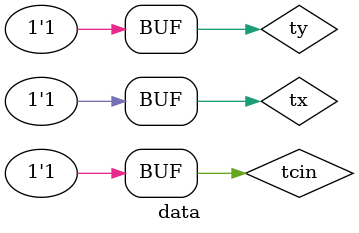
<source format=v>
module data;
wire ts,tc;
reg tx, ty, tcin;
half_adder fun( .x(tx), .y(ty), .cin(tcin) ,  .s(ts), .c(tc));

initial 
begin
 $monitor(tx, ty,tcin,"    ",ts," ",tc);

tx=1'b0;
ty=1'b0;
tcin=1'b0;
#5

tx=1'b0;
ty=1'b0;
tcin=1'b1;

#5

tx=1'b1;
ty=1'b0;
tcin=1'b0;
#5

tx=1'b1;
ty=1'b0;
tcin=1'b1;

#5

tx=1'b0;
ty=1'b1;
tcin=1'b0;
#5

tx=1'b0;
ty=1'b1;
tcin=1'b1;

#5
tx=1'b1;
ty=1'b1;
tcin=1'b0;
#5

tx=1'b1;
ty=1'b1;
tcin=1'b1;


end
endmodule

</source>
